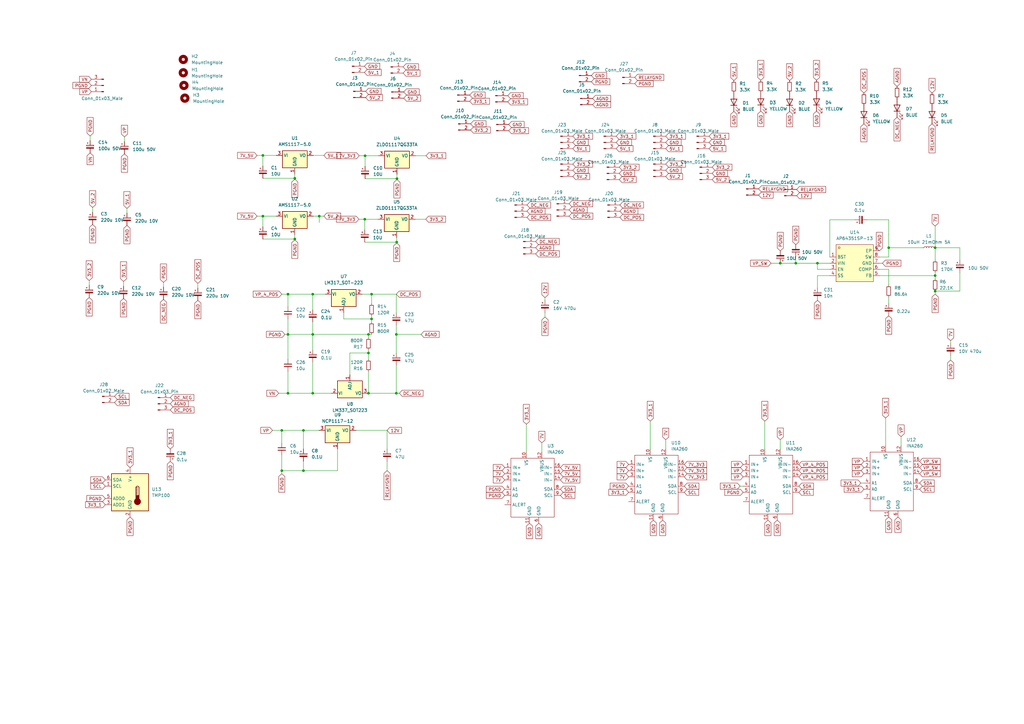
<source format=kicad_sch>
(kicad_sch (version 20231120) (generator "eeschema") (generator_version "8.0")
  (paper "A3")
  (junction (at 326.39 107.95))
  (junction (at 383.54 119.38))
  (junction (at 118.11 161.29))
  (junction (at 152.4 130.81))
  (junction (at 383.54 101.6))
  (junction (at 151.13 144.78))
  (junction (at 149.733 63.881))
  (junction (at 115.57 176.53))
  (junction (at 152.4 120.65))
  (junction (at 383.54 113.03))
  (junction (at 130.937 88.646))
  (junction (at 151.13 137.16))
  (junction (at 128.27 120.65))
  (junction (at 149.606 89.916))
  (junction (at 364.49 101.6))
  (junction (at 162.56 137.16))
  (junction (at 162.687 99.314))
  (junction (at 128.27 161.29))
  (junction (at 124.46 176.53))
  (junction (at 107.823 88.646))
  (junction (at 162.814 73.279))
  (junction (at 118.11 120.65))
  (junction (at 151.13 161.29))
  (junction (at 162.56 161.29))
  (junction (at 335.28 107.95))
  (junction (at 115.57 193.04))
  (junction (at 128.27 137.16))
  (junction (at 320.04 107.95))
  (junction (at 124.46 193.04))
  (junction (at 120.904 98.044))
  (junction (at 118.11 137.16))
  (junction (at 120.904 73.152))
  (junction (at 107.823 63.754))
  (wire (pts (xy 107.823 88.646) (xy 113.284 88.646)))
  (wire (pts (xy 170.307 89.916) (xy 174.625 89.916)))
  (wire (pts (xy 130.937 88.646) (xy 128.524 88.646)))
  (wire (pts (xy 335.28 107.95) (xy 340.36 107.95)))
  (wire (pts (xy 124.46 176.53) (xy 130.81 176.53)))
  (wire (pts (xy 118.11 137.16) (xy 128.27 137.16)))
  (wire (pts (xy 360.68 105.41) (xy 364.49 105.41)))
  (wire (pts (xy 118.11 147.32) (xy 118.11 137.16)))
  (wire (pts (xy 36.576 115.062) (xy 36.576 116.967)))
  (wire (pts (xy 124.46 184.15) (xy 124.46 176.53)))
  (wire (pts (xy 152.4 130.81) (xy 152.4 132.08)))
  (wire (pts (xy 152.4 129.54) (xy 152.4 130.81)))
  (wire (pts (xy 118.11 161.29) (xy 128.27 161.29)))
  (wire (pts (xy 364.5216 96.1265) (xy 364.5216 90.17)))
  (wire (pts (xy 162.687 99.695) (xy 162.687 99.314)))
  (wire (pts (xy 383.54 120.65) (xy 383.54 119.38)))
  (wire (pts (xy 120.904 73.533) (xy 120.904 73.152)))
  (wire (pts (xy 138.43 184.15) (xy 138.43 193.04)))
  (wire (pts (xy 146.05 176.53) (xy 158.75 176.53)))
  (wire (pts (xy 364.49 101.6) (xy 378.46 101.6)))
  (wire (pts (xy 364.49 121.92) (xy 364.49 124.46)))
  (wire (pts (xy 162.687 99.314) (xy 162.687 97.536)))
  (wire (pts (xy 107.823 63.754) (xy 113.284 63.754)))
  (wire (pts (xy 36.957 55.753) (xy 36.957 57.658)))
  (wire (pts (xy 37.973 85.09) (xy 37.973 86.995)))
  (wire (pts (xy 115.57 193.04) (xy 124.46 193.04)))
  (wire (pts (xy 158.75 189.23) (xy 158.75 193.04)))
  (wire (pts (xy 326.39 107.95) (xy 335.28 107.95)))
  (wire (pts (xy 149.606 99.314) (xy 162.687 99.314)))
  (wire (pts (xy 107.823 98.044) (xy 120.904 98.044)))
  (wire (pts (xy 170.434 63.881) (xy 174.752 63.881)))
  (wire (pts (xy 162.56 161.29) (xy 163.83 161.29)))
  (wire (pts (xy 120.904 73.152) (xy 120.904 71.374)))
  (wire (pts (xy 149.733 73.279) (xy 162.814 73.279)))
  (wire (pts (xy 360.68 113.03) (xy 383.54 113.03)))
  (wire (pts (xy 67.056 115.824) (xy 67.056 117.729)))
  (wire (pts (xy 111.76 176.53) (xy 115.57 176.53)))
  (wire (pts (xy 162.56 161.29) (xy 162.56 149.86)))
  (wire (pts (xy 364.49 96.1265) (xy 364.5216 96.1265)))
  (wire (pts (xy 120.904 98.044) (xy 120.904 96.266)))
  (wire (pts (xy 151.13 152.4) (xy 151.13 161.29)))
  (wire (pts (xy 147.193 89.916) (xy 149.606 89.916)))
  (wire (pts (xy 389.89 139.7) (xy 389.89 140.843)))
  (wire (pts (xy 116.84 137.16) (xy 118.11 137.16)))
  (wire (pts (xy 149.733 63.881) (xy 155.194 63.881)))
  (wire (pts (xy 128.27 161.29) (xy 135.89 161.29)))
  (wire (pts (xy 162.56 128.27) (xy 162.56 120.65)))
  (wire (pts (xy 215.9 173.99) (xy 215.9 185.42)))
  (wire (pts (xy 266.7 172.72) (xy 266.7 184.15)))
  (wire (pts (xy 140.97 128.27) (xy 140.97 130.81)))
  (wire (pts (xy 128.27 120.65) (xy 133.35 120.65)))
  (wire (pts (xy 118.11 152.4) (xy 118.11 161.29)))
  (wire (pts (xy 369.57 179.07) (xy 369.57 182.88)))
  (wire (pts (xy 118.11 130.81) (xy 118.11 137.16)))
  (wire (pts (xy 335.28 118.11) (xy 335.28 113.03)))
  (wire (pts (xy 143.51 144.78) (xy 151.13 144.78)))
  (wire (pts (xy 107.823 68.072) (xy 107.823 63.754)))
  (wire (pts (xy 128.27 127) (xy 128.27 120.65)))
  (wire (pts (xy 353.06 198.12) (xy 354.33 198.12)))
  (wire (pts (xy 162.56 133.35) (xy 162.56 137.16)))
  (wire (pts (xy 132.842 88.646) (xy 130.937 88.646)))
  (wire (pts (xy 360.68 107.95) (xy 361.95 107.95)))
  (wire (pts (xy 143.51 153.67) (xy 143.51 144.78)))
  (wire (pts (xy 128.27 137.16) (xy 128.27 132.08)))
  (wire (pts (xy 158.75 184.15) (xy 158.75 176.53)))
  (wire (pts (xy 152.4 120.65) (xy 152.4 124.46)))
  (wire (pts (xy 81.153 116.205) (xy 81.153 118.11)))
  (wire (pts (xy 340.36 90.17) (xy 350.52 90.17)))
  (wire (pts (xy 107.823 92.964) (xy 107.823 88.646)))
  (wire (pts (xy 105.41 88.646) (xy 107.823 88.646)))
  (wire (pts (xy 128.27 148.59) (xy 128.27 161.29)))
  (wire (pts (xy 152.4 120.65) (xy 162.56 120.65)))
  (wire (pts (xy 50.673 115.443) (xy 50.673 117.348)))
  (wire (pts (xy 383.54 114.3) (xy 383.54 113.03)))
  (wire (pts (xy 115.57 176.53) (xy 124.46 176.53)))
  (wire (pts (xy 151.13 147.32) (xy 151.13 144.78)))
  (wire (pts (xy 383.54 92.71) (xy 383.54 101.6)))
  (wire (pts (xy 383.54 101.6) (xy 383.54 106.68)))
  (wire (pts (xy 335.28 113.03) (xy 340.36 113.03)))
  (wire (pts (xy 320.04 107.95) (xy 326.39 107.95)))
  (wire (pts (xy 222.25 181.61) (xy 222.25 185.42)))
  (wire (pts (xy 151.13 161.29) (xy 162.56 161.29)))
  (wire (pts (xy 340.36 110.49) (xy 335.28 110.49)))
  (wire (pts (xy 149.606 94.234) (xy 149.606 89.916)))
  (wire (pts (xy 303.53 199.39) (xy 304.8 199.39)))
  (wire (pts (xy 320.04 180.34) (xy 320.04 184.15)))
  (wire (pts (xy 360.68 110.49) (xy 364.49 110.49)))
  (wire (pts (xy 151.13 144.78) (xy 151.13 143.51)))
  (wire (pts (xy 115.57 120.65) (xy 118.11 120.65)))
  (wire (pts (xy 393.7 119.38) (xy 383.54 119.38)))
  (wire (pts (xy 148.59 120.65) (xy 152.4 120.65)))
  (wire (pts (xy 273.05 180.34) (xy 273.05 184.15)))
  (wire (pts (xy 383.54 113.03) (xy 383.54 111.76)))
  (wire (pts (xy 115.57 181.61) (xy 115.57 176.53)))
  (wire (pts (xy 223.52 130.048) (xy 223.52 128.27)))
  (wire (pts (xy 124.46 193.04) (xy 124.46 189.23)))
  (wire (pts (xy 107.823 73.152) (xy 120.904 73.152)))
  (wire (pts (xy 363.22 171.45) (xy 363.22 182.88)))
  (wire (pts (xy 364.49 105.41) (xy 364.49 101.6)))
  (wire (pts (xy 105.41 63.754) (xy 107.823 63.754)))
  (wire (pts (xy 162.56 144.78) (xy 162.56 137.16)))
  (wire (pts (xy 340.36 90.17) (xy 340.36 105.41)))
  (wire (pts (xy 389.89 147.701) (xy 389.89 145.923)))
  (wire (pts (xy 124.46 193.04) (xy 138.43 193.04)))
  (wire (pts (xy 118.11 125.73) (xy 118.11 120.65)))
  (wire (pts (xy 223.52 122.047) (xy 223.52 123.19)))
  (wire (pts (xy 364.5216 90.17) (xy 355.6 90.17)))
  (wire (pts (xy 118.11 120.65) (xy 128.27 120.65)))
  (wire (pts (xy 151.13 137.16) (xy 152.4 137.16)))
  (wire (pts (xy 335.28 107.95) (xy 335.28 110.49)))
  (wire (pts (xy 140.97 130.81) (xy 152.4 130.81)))
  (wire (pts (xy 147.32 63.881) (xy 149.733 63.881)))
  (wire (pts (xy 364.49 110.49) (xy 364.49 116.84)))
  (wire (pts (xy 120.904 98.425) (xy 120.904 98.044)))
  (wire (pts (xy 162.814 73.66) (xy 162.814 73.279)))
  (wire (pts (xy 149.733 68.199) (xy 149.733 63.881)))
  (wire (pts (xy 364.49 101.6) (xy 364.49 96.1265)))
  (wire (pts (xy 393.7 101.6) (xy 393.7 106.68)))
  (wire (pts (xy 128.524 63.754) (xy 132.842 63.754)))
  (wire (pts (xy 316.23 107.95) (xy 320.04 107.95)))
  (wire (pts (xy 151.13 137.16) (xy 151.13 138.43)))
  (wire (pts (xy 115.57 193.04) (xy 115.57 194.31)))
  (wire (pts (xy 313.69 172.72) (xy 313.69 184.15)))
  (wire (pts (xy 130.937 91.313) (xy 130.937 88.646)))
  (wire (pts (xy 115.57 186.69) (xy 115.57 193.04)))
  (wire (pts (xy 128.27 143.51) (xy 128.27 137.16)))
  (wire (pts (xy 51.054 56.134) (xy 51.054 58.039)))
  (wire (pts (xy 162.814 73.279) (xy 162.814 71.501)))
  (wire (pts (xy 128.27 137.16) (xy 151.13 137.16)))
  (wire (pts (xy 114.3 161.29) (xy 118.11 161.29)))
  (wire (pts (xy 326.39 105.41) (xy 326.39 107.95)))
  (wire (pts (xy 393.7 111.76) (xy 393.7 119.38)))
  (wire (pts (xy 383.54 101.6) (xy 393.7 101.6)))
  (wire (pts (xy 172.72 137.16) (xy 162.56 137.16)))
  (wire (pts (xy 52.07 85.471) (xy 52.07 87.376)))
  (wire (pts (xy 149.606 89.916) (xy 155.067 89.916)))
  (global_label "3V3_1" (shape input) (at 353.06 198.12 180) (property "Intersheetrefs" "${INTERSHEET_REFS}" (effects (hide yes))))
  (global_label "5V_2" (shape input) (at 273.05 72.39 0) (property "Intersheetrefs" "${INTERSHEET_REFS}" (effects (hide yes))))
  (global_label "PGND" (shape input) (at 207.01 203.2 180) (property "Intersheetrefs" "${INTERSHEET_REFS}" (effects (hide yes))))
  (global_label "GND" (shape input) (at 312.039 45.593 270) (property "Intersheetrefs" "${INTERSHEET_REFS}" (effects (hide yes))))
  (global_label "GND" (shape input) (at 273.05 58.42 0) (property "Intersheetrefs" "${INTERSHEET_REFS}" (effects (hide yes))))
  (global_label "VP" (shape input) (at 354.33 189.23 180) (property "Intersheetrefs" "${INTERSHEET_REFS}" (effects (hide yes))))
  (global_label "7V_5V" (shape input) (at 105.41 63.754 180) (property "Intersheetrefs" "${INTERSHEET_REFS}" (effects (hide yes))))
  (global_label "SDA" (shape input) (at 280.67 199.39 0) (property "Intersheetrefs" "${INTERSHEET_REFS}" (effects (hide yes))))
  (global_label "SCL" (shape input) (at 46.99 162.56 0) (property "Intersheetrefs" "${INTERSHEET_REFS}" (effects (hide yes))))
  (global_label "DC_NEG" (shape input) (at 254.254 84.074 0) (property "Intersheetrefs" "${INTERSHEET_REFS}" (effects (hide yes))))
  (global_label "AGND" (shape input) (at 233.426 86.106 0) (property "Intersheetrefs" "${INTERSHEET_REFS}" (effects (hide yes))))
  (global_label "GND" (shape input) (at 242.57 30.988 0) (property "Intersheetrefs" "${INTERSHEET_REFS}" (effects (hide yes))))
  (global_label "5V_2" (shape input) (at 165.608 40.259 0) (property "Intersheetrefs" "${INTERSHEET_REFS}" (effects (hide yes))))
  (global_label "GND" (shape input) (at 273.05 69.85 0) (property "Intersheetrefs" "${INTERSHEET_REFS}" (effects (hide yes))))
  (global_label "SDA" (shape input) (at 377.19 198.12 0) (property "Intersheetrefs" "${INTERSHEET_REFS}" (effects (hide yes))))
  (global_label "PGND" (shape input) (at 36.576 122.047 270) (property "Intersheetrefs" "${INTERSHEET_REFS}" (effects (hide yes))))
  (global_label "VP" (shape input) (at 37.465 37.592 180) (property "Intersheetrefs" "${INTERSHEET_REFS}" (effects (hide yes))))
  (global_label "GND" (shape input) (at 165.608 37.719 0) (property "Intersheetrefs" "${INTERSHEET_REFS}" (effects (hide yes))))
  (global_label "DC_NEG" (shape input) (at 219.71 99.06 0) (property "Intersheetrefs" "${INTERSHEET_REFS}" (effects (hide yes))))
  (global_label "3V3_2" (shape input) (at 234.95 67.31 0) (property "Intersheetrefs" "${INTERSHEET_REFS}" (effects (hide yes))))
  (global_label "VN" (shape input) (at 114.3 161.29 180) (property "Intersheetrefs" "${INTERSHEET_REFS}" (effects (hide yes))))
  (global_label "GND" (shape input) (at 252.73 58.42 0) (property "Intersheetrefs" "${INTERSHEET_REFS}" (effects (hide yes))))
  (global_label "VP_SW" (shape input) (at 377.19 194.31 0) (property "Intersheetrefs" "${INTERSHEET_REFS}" (effects (hide yes))))
  (global_label "GND" (shape input) (at 165.354 27.432 0) (property "Intersheetrefs" "${INTERSHEET_REFS}" (effects (hide yes))))
  (global_label "3V3_1" (shape input) (at 234.95 55.88 0) (property "Intersheetrefs" "${INTERSHEET_REFS}" (effects (hide yes))))
  (global_label "3V3_2" (shape input) (at 193.04 53.34 0) (property "Intersheetrefs" "${INTERSHEET_REFS}" (effects (hide yes))))
  (global_label "RELAYGND" (shape input) (at 382.27 50.8 270) (property "Intersheetrefs" "${INTERSHEET_REFS}" (effects (hide yes))))
  (global_label "GND" (shape input) (at 271.78 213.36 270) (property "Intersheetrefs" "${INTERSHEET_REFS}" (effects (hide yes))))
  (global_label "3V3_2" (shape input) (at 254 68.58 0) (property "Intersheetrefs" "${INTERSHEET_REFS}" (effects (hide yes))))
  (global_label "GND" (shape input) (at 318.77 213.36 270) (property "Intersheetrefs" "${INTERSHEET_REFS}" (effects (hide yes))))
  (global_label "7V_5V" (shape input) (at 229.87 191.77 0) (property "Intersheetrefs" "${INTERSHEET_REFS}" (effects (hide yes))))
  (global_label "VP_4_POS" (shape input) (at 115.57 120.65 180) (property "Intersheetrefs" "${INTERSHEET_REFS}" (effects (hide yes))))
  (global_label "AGND" (shape input) (at 219.71 101.6 0) (property "Intersheetrefs" "${INTERSHEET_REFS}" (effects (hide yes))))
  (global_label "PGND" (shape input) (at 162.814 73.66 270) (property "Intersheetrefs" "${INTERSHEET_REFS}" (effects (hide yes))))
  (global_label "PGND" (shape input) (at 50.673 122.428 270) (property "Intersheetrefs" "${INTERSHEET_REFS}" (effects (hide yes))))
  (global_label "PGND" (shape input) (at 69.85 189.23 270) (property "Intersheetrefs" "${INTERSHEET_REFS}" (effects (hide yes))))
  (global_label "3V3_2" (shape input) (at 36.576 115.062 90) (property "Intersheetrefs" "${INTERSHEET_REFS}" (effects (hide yes))))
  (global_label "AGND" (shape input) (at 172.72 137.16 0) (property "Intersheetrefs" "${INTERSHEET_REFS}" (effects (hide yes))))
  (global_label "SDA" (shape input) (at 327.66 199.39 0) (property "Intersheetrefs" "${INTERSHEET_REFS}" (effects (hide yes))))
  (global_label "5V_1" (shape input) (at 165.354 29.972 0) (property "Intersheetrefs" "${INTERSHEET_REFS}" (effects (hide yes))))
  (global_label "RELAYGND" (shape input) (at 311.15 77.47 0) (property "Intersheetrefs" "${INTERSHEET_REFS}" (effects (hide yes))))
  (global_label "VP" (shape input) (at 320.04 180.34 90) (property "Intersheetrefs" "${INTERSHEET_REFS}" (effects (hide yes))))
  (global_label "GND" (shape input) (at 314.96 213.36 270) (property "Intersheetrefs" "${INTERSHEET_REFS}" (effects (hide yes))))
  (global_label "DC_NEG" (shape input) (at 233.426 83.566 0) (property "Intersheetrefs" "${INTERSHEET_REFS}" (effects (hide yes))))
  (global_label "GND" (shape input) (at 192.659 38.989 0) (property "Intersheetrefs" "${INTERSHEET_REFS}" (effects (hide yes))))
  (global_label "3V3_1" (shape input) (at 257.81 201.93 180) (property "Intersheetrefs" "${INTERSHEET_REFS}" (effects (hide yes))))
  (global_label "7V" (shape input) (at 273.05 180.34 90) (property "Intersheetrefs" "${INTERSHEET_REFS}" (effects (hide yes))))
  (global_label "3V3_1" (shape input) (at 312.039 32.893 90) (property "Intersheetrefs" "${INTERSHEET_REFS}" (effects (hide yes))))
  (global_label "5V_2" (shape input) (at 254 73.66 0) (property "Intersheetrefs" "${INTERSHEET_REFS}" (effects (hide yes))))
  (global_label "SDA" (shape input) (at 229.87 200.66 0) (property "Intersheetrefs" "${INTERSHEET_REFS}" (effects (hide yes))))
  (global_label "5V_1" (shape input) (at 252.73 60.96 0) (property "Intersheetrefs" "${INTERSHEET_REFS}" (effects (hide yes))))
  (global_label "GND" (shape input) (at 234.95 58.42 0) (property "Intersheetrefs" "${INTERSHEET_REFS}" (effects (hide yes))))
  (global_label "PGND" (shape input) (at 326.39 100.33 90) (property "Intersheetrefs" "${INTERSHEET_REFS}" (effects (hide yes))))
  (global_label "SDA" (shape input) (at 43.18 196.85 180) (property "Intersheetrefs" "${INTERSHEET_REFS}" (effects (hide yes))))
  (global_label "AGND" (shape input) (at 243.078 42.926 0) (property "Intersheetrefs" "${INTERSHEET_REFS}" (effects (hide yes))))
  (global_label "AGND" (shape input) (at 243.078 40.386 0) (property "Intersheetrefs" "${INTERSHEET_REFS}" (effects (hide yes))))
  (global_label "GND" (shape input) (at 368.3 212.09 270) (property "Intersheetrefs" "${INTERSHEET_REFS}" (effects (hide yes))))
  (global_label "DC_POS" (shape input) (at 254.254 89.154 0) (property "Intersheetrefs" "${INTERSHEET_REFS}" (effects (hide yes))))
  (global_label "7V_3V3" (shape input) (at 280.67 190.5 0) (property "Intersheetrefs" "${INTERSHEET_REFS}" (effects (hide yes))))
  (global_label "12V" (shape input) (at 382.27 38.1 90) (property "Intersheetrefs" "${INTERSHEET_REFS}" (effects (hide yes))))
  (global_label "VN" (shape input) (at 36.957 62.738 270) (property "Intersheetrefs" "${INTERSHEET_REFS}" (effects (hide yes))))
  (global_label "PGND" (shape input) (at 43.18 204.47 180) (property "Intersheetrefs" "${INTERSHEET_REFS}" (effects (hide yes))))
  (global_label "12V" (shape input) (at 311.15 80.01 0) (property "Intersheetrefs" "${INTERSHEET_REFS}" (effects (hide yes))))
  (global_label "VP_4_POS" (shape input) (at 327.66 195.58 0) (property "Intersheetrefs" "${INTERSHEET_REFS}" (effects (hide yes))))
  (global_label "7V_3V3" (shape input) (at 280.67 195.58 0) (property "Intersheetrefs" "${INTERSHEET_REFS}" (effects (hide yes))))
  (global_label "7V" (shape input) (at 207.01 191.77 180) (property "Intersheetrefs" "${INTERSHEET_REFS}" (effects (hide yes))))
  (global_label "GND" (shape input) (at 292.1 71.12 0) (property "Intersheetrefs" "${INTERSHEET_REFS}" (effects (hide yes))))
  (global_label "3V3_2" (shape input) (at 174.625 89.916 0) (property "Intersheetrefs" "${INTERSHEET_REFS}" (effects (hide yes))))
  (global_label "VP" (shape input) (at 354.33 191.77 180) (property "Intersheetrefs" "${INTERSHEET_REFS}" (effects (hide yes))))
  (global_label "PGND" (shape input) (at 162.687 99.695 270) (property "Intersheetrefs" "${INTERSHEET_REFS}" (effects (hide yes))))
  (global_label "VP_4_POS" (shape input) (at 327.66 193.04 0) (property "Intersheetrefs" "${INTERSHEET_REFS}" (effects (hide yes))))
  (global_label "3V3_1" (shape input) (at 215.9 173.99 90) (property "Intersheetrefs" "${INTERSHEET_REFS}" (effects (hide yes))))
  (global_label "VP_SW" (shape input) (at 316.23 107.95 180) (property "Intersheetrefs" "${INTERSHEET_REFS}" (effects (hide yes))))
  (global_label "5V_1" (shape input) (at 300.99 33.02 90) (property "Intersheetrefs" "${INTERSHEET_REFS}" (effects (hide yes))))
  (global_label "3V3_2" (shape input) (at 292.1 68.58 0) (property "Intersheetrefs" "${INTERSHEET_REFS}" (effects (hide yes))))
  (global_label "VP" (shape input) (at 304.8 193.04 180) (property "Intersheetrefs" "${INTERSHEET_REFS}" (effects (hide yes))))
  (global_label "DC_POS" (shape input) (at 81.153 116.205 90) (property "Intersheetrefs" "${INTERSHEET_REFS}" (effects (hide yes))))
  (global_label "DC_POS" (shape input) (at 354.33 38.1 90) (property "Intersheetrefs" "${INTERSHEET_REFS}" (effects (hide yes))))
  (global_label "PGND" (shape input) (at 52.07 92.456 270) (property "Intersheetrefs" "${INTERSHEET_REFS}" (effects (hide yes))))
  (global_label "DC_NEG" (shape input) (at 69.85 163.068 0) (property "Intersheetrefs" "${INTERSHEET_REFS}" (effects (hide yes))))
  (global_label "5V_1" (shape input) (at 234.95 60.96 0) (property "Intersheetrefs" "${INTERSHEET_REFS}" (effects (hide yes))))
  (global_label "PGND" (shape input) (at 389.89 147.701 270) (property "Intersheetrefs" "${INTERSHEET_REFS}" (effects (hide yes))))
  (global_label "PGND" (shape input) (at 53.34 212.09 270) (property "Intersheetrefs" "${INTERSHEET_REFS}" (effects (hide yes))))
  (global_label "7V" (shape input) (at 257.81 190.5 180) (property "Intersheetrefs" "${INTERSHEET_REFS}" (effects (hide yes))))
  (global_label "GND" (shape input) (at 208.661 51.054 0) (property "Intersheetrefs" "${INTERSHEET_REFS}" (effects (hide yes))))
  (global_label "GND" (shape input) (at 300.99 45.72 270) (property "Intersheetrefs" "${INTERSHEET_REFS}" (effects (hide yes))))
  (global_label "RELAYGND" (shape input) (at 260.35 31.75 0) (property "Intersheetrefs" "${INTERSHEET_REFS}" (effects (hide yes))))
  (global_label "7V" (shape input) (at 257.81 193.04 180) (property "Intersheetrefs" "${INTERSHEET_REFS}" (effects (hide yes))))
  (global_label "AGND" (shape input) (at 69.85 165.608 0) (property "Intersheetrefs" "${INTERSHEET_REFS}" (effects (hide yes))))
  (global_label "5V_2" (shape input) (at 323.85 33.02 90) (property "Intersheetrefs" "${INTERSHEET_REFS}" (effects (hide yes))))
  (global_label "5V_2" (shape input) (at 37.973 85.09 90) (property "Intersheetrefs" "${INTERSHEET_REFS}" (effects (hide yes))))
  (global_label "DC_POS" (shape input) (at 216.154 89.154 0) (property "Intersheetrefs" "${INTERSHEET_REFS}" (effects (hide yes))))
  (global_label "AGND" (shape input) (at 216.154 86.614 0) (property "Intersheetrefs" "${INTERSHEET_REFS}" (effects (hide yes))))
  (global_label "5V_1" (shape input) (at 290.83 60.96 0) (property "Intersheetrefs" "${INTERSHEET_REFS}" (effects (hide yes))))
  (global_label "7V" (shape input) (at 257.81 195.58 180) (property "Intersheetrefs" "${INTERSHEET_REFS}" (effects (hide yes))))
  (global_label "12V" (shape input) (at 158.75 176.53 0) (property "Intersheetrefs" "${INTERSHEET_REFS}" (effects (hide yes))))
  (global_label "12V" (shape input) (at 326.771 80.264 0) (property "Intersheetrefs" "${INTERSHEET_REFS}" (effects (hide yes))))
  (global_label "PGND" (shape input) (at 67.056 115.824 90) (property "Intersheetrefs" "${INTERSHEET_REFS}" (effects (hide yes))))
  (global_label "GND" (shape input) (at 217.17 214.63 270) (property "Intersheetrefs" "${INTERSHEET_REFS}" (effects (hide yes))))
  (global_label "5V_2" (shape input) (at 234.95 72.39 0) (property "Intersheetrefs" "${INTERSHEET_REFS}" (effects (hide yes))))
  (global_label "GND" (shape input) (at 149.479 27.178 0) (property "Intersheetrefs" "${INTERSHEET_REFS}" (effects (hide yes))))
  (global_label "5V_1" (shape input) (at 132.842 63.754 0) (property "Intersheetrefs" "${INTERSHEET_REFS}" (effects (hide yes))))
  (global_label "DC_NEG" (shape input) (at 67.056 122.809 270) (property "Intersheetrefs" "${INTERSHEET_REFS}" (effects (hide yes))))
  (global_label "VN" (shape input) (at 37.465 32.512 180) (property "Intersheetrefs" "${INTERSHEET_REFS}" (effects (hide yes))))
  (global_label "GND" (shape input) (at 334.899 45.593 270) (property "Intersheetrefs" "${INTERSHEET_REFS}" (effects (hide yes))))
  (global_label "3V3_1" (shape input) (at 174.752 63.881 0) (property "Intersheetrefs" "${INTERSHEET_REFS}" (effects (hide yes))))
  (global_label "PGND" (shape input) (at 242.57 33.528 0) (property "Intersheetrefs" "${INTERSHEET_REFS}" (effects (hide yes))))
  (global_label "VP" (shape input) (at 304.8 195.58 180) (property "Intersheetrefs" "${INTERSHEET_REFS}" (effects (hide yes))))
  (global_label "3V3_1" (shape input) (at 69.85 184.15 90) (property "Intersheetrefs" "${INTERSHEET_REFS}" (effects (hide yes))))
  (global_label "PGND" (shape input) (at 304.8 201.93 180) (property "Intersheetrefs" "${INTERSHEET_REFS}" (effects (hide yes))))
  (global_label "3V3_1" (shape input) (at 53.34 191.77 90) (property "Intersheetrefs" "${INTERSHEET_REFS}" (effects (hide yes))))
  (global_label "GND" (shape input) (at 193.04 50.8 0) (property "Intersheetrefs" "${INTERSHEET_REFS}" (effects (hide yes))))
  (global_label "DC_POS" (shape input) (at 219.71 104.14 0) (property "Intersheetrefs" "${INTERSHEET_REFS}" (effects (hide yes))))
  (global_label "5V_2" (shape input) (at 132.842 88.646 0) (property "Intersheetrefs" "${INTERSHEET_REFS}" (effects (hide yes))))
  (global_label "3V3_2" (shape input) (at 208.661 53.594 0) (property "Intersheetrefs" "${INTERSHEET_REFS}" (effects (hide yes))))
  (global_label "PGND" (shape input) (at 260.35 34.29 0) (property "Intersheetrefs" "${INTERSHEET_REFS}" (effects (hide yes))))
  (global_label "GND" (shape input) (at 220.98 214.63 270) (property "Intersheetrefs" "${INTERSHEET_REFS}" (effects (hide yes))))
  (global_label "3V3_1" (shape input) (at 50.673 115.443 90) (property "Intersheetrefs" "${INTERSHEET_REFS}" (effects (hide yes))))
  (global_label "DC_POS" (shape input) (at 233.426 88.646 0) (property "Intersheetrefs" "${INTERSHEET_REFS}" (effects (hide yes))))
  (global_label "PGND" (shape input) (at 223.52 130.048 270) (property "Intersheetrefs" "${INTERSHEET_REFS}" (effects (hide yes))))
  (global_label "DC_NEG" (shape input) (at 216.154 84.074 0) (property "Intersheetrefs" "${INTERSHEET_REFS}" (effects (hide yes))))
  (global_label "DC_POS" (shape input) (at 162.56 120.65 0) (property "Intersheetrefs" "${INTERSHEET_REFS}" (effects (hide yes))))
  (global_label "3V3_1" (shape input) (at 363.22 171.45 90) (property "Intersheetrefs" "${INTERSHEET_REFS}" (effects (hide yes))))
  (global_label "SCL" (shape input) (at 280.67 201.93 0) (property "Intersheetrefs" "${INTERSHEET_REFS}" (effects (hide yes))))
  (global_label "7V_3V3" (shape input) (at 147.193 89.916 180) (property "Intersheetrefs" "${INTERSHEET_REFS}" (effects (hide yes))))
  (global_label "RELAYGND" (shape input) (at 326.771 77.724 0) (property "Intersheetrefs" "${INTERSHEET_REFS}" (effects (hide yes))))
  (global_label "GND" (shape input) (at 254 71.12 0) (property "Intersheetrefs" "${INTERSHEET_REFS}" (effects (hide yes))))
  (global_label "SCL" (shape input) (at 327.66 201.93 0) (property "Intersheetrefs" "${INTERSHEET_REFS}" (effects (hide yes))))
  (global_label "7V" (shape input) (at 222.25 181.61 90) (property "Intersheetrefs" "${INTERSHEET_REFS}" (effects (hide yes))))
  (global_label "7V" (shape input) (at 389.89 139.7 90) (property "Intersheetrefs" "${INTERSHEET_REFS}" (effects (hide yes))))
  (global_label "SCL" (shape input) (at 229.87 203.2 0) (property "Intersheetrefs" "${INTERSHEET_REFS}" (effects (hide yes))))
  (global_label "7V_5V" (shape input) (at 229.87 196.85 0) (property "Intersheetrefs" "${INTERSHEET_REFS}" (effects (hide yes))))
  (global_label "3V3_1" (shape input) (at 43.18 207.01 180) (property "Intersheetrefs" "${INTERSHEET_REFS}" (effects (hide yes))))
  (global_label "5V_2" (shape input) (at 292.1 73.66 0) (property "Intersheetrefs" "${INTERSHEET_REFS}" (effects (hide yes))))
  (global_label "PGND" (shape input) (at 320.04 102.87 90) (property "Intersheetrefs" "${INTERSHEET_REFS}" (effects (hide yes))))
  (global_label "GND" (shape input) (at 208.28 39.243 0) (property "Intersheetrefs" "${INTERSHEET_REFS}" (effects (hide yes))))
  (global_label "VP" (shape input) (at 51.054 56.134 90) (property "Intersheetrefs" "${INTERSHEET_REFS}" (effects (hide yes))))
  (global_label "DC_NEG" (shape input) (at 163.83 161.29 0) (property "Intersheetrefs" "${INTERSHEET_REFS}" (effects (hide yes))))
  (global_label "GND" (shape input) (at 364.49 212.09 270) (property "Intersheetrefs" "${INTERSHEET_REFS}" (effects (hide yes))))
  (global_label "PGND" (shape input) (at 360.68 102.87 90) (property "Intersheetrefs" "${INTERSHEET_REFS}" (effects (hide yes))))
  (global_label "GND" (shape input) (at 323.85 45.72 270) (property "Intersheetrefs" "${INTERSHEET_REFS}" (effects (hide yes))))
  (global_label "DC_NEG" (shape input) (at 367.919 48.133 270) (property "Intersheetrefs" "${INTERSHEET_REFS}" (effects (hide yes))))
  (global_label "AGND" (shape input) (at 367.919 35.433 90) (property "Intersheetrefs" "${INTERSHEET_REFS}" (effects (hide yes))))
  (global_label "SDA" (shape input) (at 46.99 165.1 0) (property "Intersheetrefs" "${INTERSHEET_REFS}" (effects (hide yes))))
  (global_label "VP_SW" (shape input) (at 377.19 191.77 0) (property "Intersheetrefs" "${INTERSHEET_REFS}" (effects (hide yes))))
  (global_label "5V_1" (shape input) (at 149.479 29.718 0) (property "Intersheetrefs" "${INTERSHEET_REFS}" (effects (hide yes))))
  (global_label "PGND" (shape input) (at 37.973 92.075 270) (property "Intersheetrefs" "${INTERSHEET_REFS}" (effects (hide yes))))
  (global_label "VP_SW" (shape input) (at 377.19 189.23 0) (property "Intersheetrefs" "${INTERSHEET_REFS}" (effects (hide yes))))
  (global_label "AGND" (shape input) (at 254.254 86.614 0) (property "Intersheetrefs" "${INTERSHEET_REFS}" (effects (hide yes))))
  (global_label "7V" (shape input) (at 207.01 196.85 180) (property "Intersheetrefs" "${INTERSHEET_REFS}" (effects (hide yes))))
  (global_label "VP" (shape input) (at 369.57 179.07 90) (property "Intersheetrefs" "${INTERSHEET_REFS}" (effects (hide yes))))
  (global_label "PGND" (shape input) (at 361.95 107.95 0) (property "Intersheetrefs" "${INTERSHEET_REFS}" (effects (hide yes))))
  (global_label "7V" (shape input) (at 207.01 194.31 180) (property "Intersheetrefs" "${INTERSHEET_REFS}" (effects (hide yes))))
  (global_label "PGND" (shape input) (at 383.54 120.65 270) (property "Intersheetrefs" "${INTERSHEET_REFS}" (effects (hide yes))))
  (global_label "VP" (shape input) (at 111.76 176.53 180) (property "Intersheetrefs" "${INTERSHEET_REFS}" (effects (hide yes))))
  (global_label "SCL" (shape input) (at 377.19 200.66 0) (property "Intersheetrefs" "${INTERSHEET_REFS}" (effects (hide yes))))
  (global_label "3V3_1" (shape input) (at 354.33 200.66 180) (property "Intersheetrefs" "${INTERSHEET_REFS}" (effects (hide yes))))
  (global_label "PGND" (shape input) (at 36.957 55.753 90) (property "Intersheetrefs" "${INTERSHEET_REFS}" (effects (hide yes))))
  (global_label "PGND" (shape input) (at 120.904 98.425 270) (property "Intersheetrefs" "${INTERSHEET_REFS}" (effects (hide yes))))
  (global_label "5V_1" (shape input) (at 52.07 85.471 90) (property "Intersheetrefs" "${INTERSHEET_REFS}" (effects (hide yes))))
  (global_label "PGND" (shape input) (at 81.153 123.19 270) (property "Intersheetrefs" "${INTERSHEET_REFS}" (effects (hide yes))))
  (global_label "7V_3V3" (shape input) (at 280.67 193.04 0) (property "Intersheetrefs" "${INTERSHEET_REFS}" (effects (hide yes))))
  (global_label "3V3_1" (shape input) (at 290.83 55.88 0) (property "Intersheetrefs" "${INTERSHEET_REFS}" (effects (hide yes))))
  (global_label "VP" (shape input) (at 354.33 194.31 180) (property "Intersheetrefs" "${INTERSHEET_REFS}" (effects (hide yes))))
  (global_label "3V3_1" (shape input) (at 192.659 41.529 0) (property "Intersheetrefs" "${INTERSHEET_REFS}" (effects (hide yes))))
  (global_label "3V3_1" (shape input) (at 273.05 55.88 0) (property "Intersheetrefs" "${INTERSHEET_REFS}" (effects (hide yes))))
  (global_label "7V_5V" (shape input) (at 105.41 88.646 180) (property "Intersheetrefs" "${INTERSHEET_REFS}" (effects (hide yes))))
  (global_label "SCL" (shape input) (at 43.18 199.39 180) (property "Intersheetrefs" "${INTERSHEET_REFS}" (effects (hide yes))))
  (global_label "7V_5V" (shape input) (at 229.87 194.31 0) (property "Intersheetrefs" "${INTERSHEET_REFS}" (effects (hide yes))))
  (global_label "PGND" (shape input) (at 120.904 73.533 270) (property "Intersheetrefs" "${INTERSHEET_REFS}" (effects (hide yes))))
  (global_label "VP" (shape input) (at 304.8 190.5 180) (property "Intersheetrefs" "${INTERSHEET_REFS}" (effects (hide yes))))
  (global_label "VP_4_POS" (shape input) (at 327.66 190.5 0) (property "Intersheetrefs" "${INTERSHEET_REFS}" (effects (hide yes))))
  (global_label "GND" (shape input) (at 267.97 213.36 270) (property "Intersheetrefs" "${INTERSHEET_REFS}" (effects (hide yes))))
  (global_label "PGND" (shape input) (at 37.465 35.052 180) (property "Intersheetrefs" "${INTERSHEET_REFS}" (effects (hide yes))))
  (global_label "5V_1" (shape input) (at 273.05 60.96 0) (property "Intersheetrefs" "${INTERSHEET_REFS}" (effects (hide yes))))
  (global_label "PGND" (shape input) (at 257.81 199.39 180) (property "Intersheetrefs" "${INTERSHEET_REFS}" (effects (hide yes))))
  (global_label "PGND" (shape input) (at 364.49 129.54 270) (property "Intersheetrefs" "${INTERSHEET_REFS}" (effects (hide yes))))
  (global_label "PGND" (shape input) (at 51.054 63.119 270) (property "Intersheetrefs" "${INTERSHEET_REFS}" (effects (hide yes))))
  (global_label "3V3_1" (shape input) (at 208.28 41.783 0) (property "Intersheetrefs" "${INTERSHEET_REFS}" (effects (hide yes))))
  (global_label "3V3_2" (shape input) (at 273.05 67.31 0) (property "Intersheetrefs" "${INTERSHEET_REFS}" (effects (hide yes))))
  (global_label "3V3_2" (shape input) (at 334.899 32.893 90) (property "Intersheetrefs" "${INTERSHEET_REFS}" (effects (hide yes))))
  (global_label "PGND" (shape input) (at 115.57 194.31 270) (property "Intersheetrefs" "${INTERSHEET_REFS}" (effects (hide yes))))
  (global_label "DC_POS" (shape input) (at 69.85 168.148 0) (property "Intersheetrefs" "${INTERSHEET_REFS}" (effects (hide yes))))
  (global_label "PGND" (shape input) (at 335.28 123.19 270) (property "Intersheetrefs" "${INTERSHEET_REFS}" (effects (hide yes))))
  (global_label "3V3_1" (shape input) (at 303.53 199.39 180) (property "Intersheetrefs" "${INTERSHEET_REFS}" (effects (hide yes))))
  (global_label "GND" (shape input) (at 234.95 69.85 0) (property "Intersheetrefs" "${INTERSHEET_REFS}" (effects (hide yes))))
  (global_label "GND" (shape input) (at 290.83 58.42 0) (property "Intersheetrefs" "${INTERSHEET_REFS}" (effects (hide yes))))
  (global_label "RELAYGND" (shape input) (at 158.75 193.04 270) (property "Intersheetrefs" "${INTERSHEET_REFS}" (effects (hide yes))))
  (global_label "PGND" (shape input) (at 116.84 137.16 180) (property "Intersheetrefs" "${INTERSHEET_REFS}" (effects (hide yes))))
  (global_label "3V3_1" (shape input) (at 252.73 55.88 0) (property "Intersheetrefs" "${INTERSHEET_REFS}" (effects (hide yes))))
  (global_label "7V_3V3" (shape input) (at 147.32 63.881 180) (property "Intersheetrefs" "${INTERSHEET_REFS}" (effects (hide yes))))
  (global_label "GND" (shape input) (at 149.987 37.465 0) (property "Intersheetrefs" "${INTERSHEET_REFS}" (effects (hide yes))))
  (global_label "7V" (shape input) (at 383.54 92.71 90) (property "Intersheetrefs" "${INTERSHEET_REFS}" (effects (hide yes))))
  (global_label "5V_2" (shape input) (at 149.987 40.005 0) (property "Intersheetrefs" "${INTERSHEET_REFS}" (effects (hide yes))))
  (global_label "3V3_1" (shape input) (at 266.7 172.72 90) (property "Intersheetrefs" "${INTERSHEET_REFS}" (effects (hide yes))))
  (global_label "AGND" (shape input) (at 354.33 50.8 270) (property "Intersheetrefs" "${INTERSHEET_REFS}" (effects (hide yes))))
  (global_label "3V3_1" (shape input) (at 313.69 172.72 90) (property "Intersheetrefs" "${INTERSHEET_REFS}" (effects (hide yes))))
  (global_label "PGND" (shape input) (at 207.01 200.66 180) (property "Intersheetrefs" "${INTERSHEET_REFS}" (effects (hide yes))))
  (global_label "12V" (shape input) (at 223.52 122.047 90) (property "Intersheetrefs" "${INTERSHEET_REFS}" (effects (hide yes))))
  (symbol (lib_id "Device:C_Polarized_Small") (at 67.056 120.269 0) (unit 1)
    (property "Reference" "C20" (at 70.358 118.4528 0) (effects (justify left)))
    (property "Value" "220u 10V" (at 70.358 120.9928 0) (effects (justify left)))
    (property "Footprint" "Capacitor_THT:CP_Radial_D6.3mm_P2.50mm" (effects (hide yes)))
  )
  (symbol (lib_id "Connector:Conn_01x03_Male") (at 249.174 86.614 0) (unit 1)
    (property "Reference" "J20" (at 249.809 79.375 0))
    (property "Value" "Conn_01x03_Male" (at 249.809 81.915 0))
    (property "Footprint" "Connector_JST:JST_PH_B3B-PH-K_1x03_P2.00mm_Vertical" (effects (hide yes)))
  )
  (symbol (lib_id "Regulator_Linear:LM317_SOT-223") (at 140.97 120.65 0) (unit 1)
    (property "Reference" "U7" (at 140.97 113.411 0))
    (property "Value" "LM317_SOT-223" (at 140.97 115.951 0))
    (property "Footprint" "Package_TO_SOT_SMD:SOT-223-3_TabPin2" (effects (hide yes)))
    (property "Datasheet" "http://www.ti.com/lit/ds/symlink/lm317.pdf" (effects (hide yes)))
    (property "Mouser" "595-LM317DCY" (effects (hide yes)))
  )
  (symbol (lib_id "Device:LED") (at 334.899 41.783 90) (unit 1)
    (property "Reference" "D4" (at 338.455 42.1004 90) (effects (justify right)))
    (property "Value" "YELLOW" (at 338.455 44.6404 90) (effects (justify right)))
    (property "Footprint" "LED_SMD:LED_0805_2012Metric_Pad1.15x1.40mm_HandSolder" (effects (hide yes)))
  )
  (symbol (lib_id "Mechanical:MountingHole") (at 75.184 24.384 0) (unit 1)
    (property "Reference" "H2" (at 78.486 23.1139 0) (effects (justify left)))
    (property "Value" "MountingHole" (at 78.486 25.6539 0) (effects (justify left)))
    (property "Footprint" "MountingHole:MountingHole_3.2mm_M3_DIN965_Pad_TopOnly" (effects (hide yes)))
  )
  (symbol (lib_id "Device:LED") (at 367.919 44.323 90) (unit 1)
    (property "Reference" "D7" (at 371.475 44.6404 90) (effects (justify right)))
    (property "Value" "BLUE" (at 371.475 47.1804 90) (effects (justify right)))
    (property "Footprint" "LED_SMD:LED_0805_2012Metric_Pad1.15x1.40mm_HandSolder" (effects (hide yes)))
  )
  (symbol (lib_id "Connector:Conn_01x02_Pin") (at 255.27 31.75 0) (unit 1)
    (property "Reference" "J27" (at 255.905 26.162 0))
    (property "Value" "Conn_01x02_Pin" (at 255.905 28.702 0))
    (property "Footprint" "Connector_PinHeader_2.54mm:PinHeader_1x02_P2.54mm_Vertical" (effects (hide yes)))
  )
  (symbol (lib_id "Connector:Conn_01x02_Pin") (at 144.907 37.465 0) (unit 1)
    (property "Reference" "J3" (at 145.542 32.004 0))
    (property "Value" "Conn_01x02_Pin" (at 145.542 34.544 0))
    (property "Footprint" "Connector_JST:JST_PH_B2B-PH-K_1x02_P2.00mm_Vertical" (effects (hide yes)))
  )
  (symbol (lib_id "Connector:Conn_01x03_Pin") (at 64.77 165.608 0) (unit 1)
    (property "Reference" "J22" (at 65.405 158.115 0))
    (property "Value" "Conn_01x03_Pin" (at 65.405 160.655 0))
    (property "Footprint" "Connector_PinHeader_2.54mm:PinHeader_1x03_P2.54mm_Vertical" (effects (hide yes)))
  )
  (symbol (lib_id "Device:C_Polarized_Small") (at 81.153 120.65 0) (unit 1)
    (property "Reference" "C21" (at 84.455 118.8338 0) (effects (justify left)))
    (property "Value" "220u 10V" (at 84.455 121.3738 0) (effects (justify left)))
    (property "Footprint" "Capacitor_THT:CP_Radial_D6.3mm_P2.50mm" (effects (hide yes)))
  )
  (symbol (lib_id "Device:L_Small") (at 381 101.6 90) (unit 1)
    (property "Reference" "L1" (at 381 96.774 90))
    (property "Value" "10uH 21mOhm 5A" (at 381 99.314 90))
    (property "Footprint" "Inductor_SMD:L_Vishay_IHLP-4040" (effects (hide yes)))
    (property "Mouser" "704-DR1040-7R0-R" (effects (hide yes)))
  )
  (symbol (lib_id "Connector:Conn_01x02_Pin") (at 203.2 39.243 0) (unit 1)
    (property "Reference" "J14" (at 203.835 33.782 0))
    (property "Value" "Conn_01x02_Pin" (at 203.835 36.322 0))
    (property "Footprint" "Connector_JST:JST_PH_B2B-PH-K_1x02_P2.00mm_Vertical" (effects (hide yes)))
  )
  (symbol (lib_id "Device:C_Polarized_Small") (at 128.27 129.54 0) (unit 1)
    (property "Reference" "C24" (at 131.572 127.7238 0) (effects (justify left)))
    (property "Value" "0.1U" (at 131.572 130.2638 0) (effects (justify left)))
    (property "Footprint" "Capacitor_SMD:C_0603_1608Metric_Pad1.08x0.95mm_HandSolder" (effects (hide yes)))
  )
  (symbol (lib_id "Regulator_Linear:AMS1117-5.0") (at 120.904 63.754 0) (unit 1)
    (property "Reference" "U1" (at 120.904 56.642 0))
    (property "Value" "AMS1117-5.0" (at 120.904 59.182 0))
    (property "Footprint" "Package_TO_SOT_SMD:SOT-223-3_TabPin2" (effects (hide yes)))
    (property "Datasheet" "http://www.advanced-monolithic.com/pdf/ds1117.pdf" (effects (hide yes)))
    (property "Mouser" "926-LM1117MPX5.0NOPB" (effects (hide yes)))
  )
  (symbol (lib_name "INA260_3") (lib_id "Custom:INA260") (at 316.23 219.71 0) (unit 1)
    (property "Reference" "U11" (at 322.2341 181.61 0) (effects (justify left)))
    (property "Value" "INA260" (at 322.2341 184.15 0) (effects (justify left)))
    (property "Footprint" "Package_SO:TSSOP-16_4.4x5mm_P0.65mm" (effects (hide yes)))
  )
  (symbol (lib_id "Connector:Conn_01x03_Male") (at 229.87 69.85 0) (unit 1)
    (property "Reference" "J25" (at 230.505 62.611 0))
    (property "Value" "Conn_01x03_Male" (at 230.505 65.151 0))
    (property "Footprint" "Connector_JST:JST_PH_B3B-PH-K_1x03_P2.00mm_Vertical" (effects (hide yes)))
  )
  (symbol (lib_id "Device:C_Polarized_Small") (at 162.56 130.81 0) (unit 1)
    (property "Reference" "C23" (at 165.862 128.9938 0) (effects (justify left)))
    (property "Value" "47U" (at 165.862 131.5338 0) (effects (justify left)))
    (property "Footprint" "Capacitor_SMD:C_1206_3216Metric_Pad1.33x1.80mm_HandSolder" (effects (hide yes)))
  )
  (symbol (lib_id "Device:C_Polarized_Small") (at 50.673 119.888 0) (unit 1)
    (property "Reference" "C12" (at 53.975 118.0718 0) (effects (justify left)))
    (property "Value" "220u 10V" (at 53.975 120.6118 0) (effects (justify left)))
    (property "Footprint" "Capacitor_THT:CP_Radial_D6.3mm_P2.50mm" (effects (hide yes)))
  )
  (symbol (lib_id "Connector:Conn_01x02_Pin") (at 203.581 51.054 0) (unit 1)
    (property "Reference" "J11" (at 204.216 45.593 0))
    (property "Value" "Conn_01x02_Pin" (at 204.216 48.133 0))
    (property "Footprint" "Connector_JST:JST_PH_B2B-PH-K_1x02_P2.00mm_Vertical" (effects (hide yes)))
  )
  (symbol (lib_id "Device:LED") (at 323.85 41.91 90) (unit 1)
    (property "Reference" "D2" (at 327.406 42.2274 90) (effects (justify right)))
    (property "Value" "BLUE" (at 327.406 44.7674 90) (effects (justify right)))
    (property "Footprint" "LED_SMD:LED_0805_2012Metric_Pad1.15x1.40mm_HandSolder" (effects (hide yes)))
  )
  (symbol (lib_id "Connector:Conn_01x02_Pin") (at 321.691 77.724 0) (unit 1)
    (property "Reference" "J2" (at 322.326 72.263 0))
    (property "Value" "Conn_01x02_Pin" (at 322.326 74.803 0))
    (property "Footprint" "Connector_JST:JST_PH_B2B-PH-K_1x02_P2.00mm_Vertical" (effects (hide yes)))
  )
  (symbol (lib_id "Connector:Conn_01x02_Pin") (at 237.998 40.386 0) (unit 1)
    (property "Reference" "J5" (at 238.633 34.798 0))
    (property "Value" "Conn_01x02_Pin" (at 238.633 37.338 0))
    (property "Footprint" "Connector_JST:JST_PH_B2B-PH-K_1x02_P2.00mm_Vertical" (effects (hide yes)))
  )
  (symbol (lib_id "Device:R_Small") (at 152.4 127 0) (unit 1)
    (property "Reference" "R14" (at 154.686 125.7299 0) (effects (justify left)))
    (property "Value" "120R" (at 154.686 128.2699 0) (effects (justify left)))
    (property "Footprint" "Resistor_SMD:R_0603_1608Metric_Pad0.98x0.95mm_HandSolder" (effects (hide yes)))
  )
  (symbol (lib_id "Device:C_Polarized_Small") (at 389.89 143.383 0) (unit 1)
    (property "Reference" "C15" (at 393.192 141.5668 0) (effects (justify left)))
    (property "Value" "10V 470u" (at 393.192 144.1068 0) (effects (justify left)))
    (property "Footprint" "Capacitor_THT:CP_Radial_D8.0mm_P3.50mm" (effects (hide yes)))
  )
  (symbol (lib_id "Device:R_Small") (at 323.85 35.56 0) (unit 1)
    (property "Reference" "R2" (at 326.136 34.2899 0) (effects (justify left)))
    (property "Value" "3.3K" (at 326.136 36.8299 0) (effects (justify left)))
    (property "Footprint" "Resistor_SMD:R_0603_1608Metric_Pad0.98x0.95mm_HandSolder" (effects (hide yes)))
  )
  (symbol (lib_id "Device:C_Polarized_Small") (at 128.27 146.05 0) (unit 1)
    (property "Reference" "C19" (at 131.572 144.2338 0) (effects (justify left)))
    (property "Value" "0.1U" (at 131.572 146.7738 0) (effects (justify left)))
    (property "Footprint" "Capacitor_SMD:C_0603_1608Metric_Pad1.08x0.95mm_HandSolder" (effects (hide yes)))
  )
  (symbol (lib_id "Regulator_Linear:LM337_SOT223") (at 143.51 161.29 0) (unit 1)
    (property "Reference" "U8" (at 143.51 165.735 0))
    (property "Value" "LM337_SOT223" (at 143.51 168.275 0))
    (property "Footprint" "Package_TO_SOT_SMD:SOT-223-3_TabPin2" (effects (hide yes)))
    (property "Datasheet" "http://www.ti.com/lit/ds/symlink/lm337-n.pdf" (effects (hide yes)))
    (property "Mouser" "926-LM337IMPX/NOPB" (effects (hide yes)))
  )
  (symbol (lib_name "INA260_2") (lib_id "Custom:INA260") (at 269.24 219.71 0) (unit 1)
    (property "Reference" "U10" (at 275.2441 181.61 0) (effects (justify left)))
    (property "Value" "INA260" (at 275.2441 184.15 0) (effects (justify left)))
    (property "Footprint" "Package_SO:TSSOP-16_4.4x5mm_P0.65mm" (effects (hide yes)))
  )
  (symbol (lib_id "Device:C_Polarized_Small") (at 107.823 95.504 0) (unit 1)
    (property "Reference" "C4" (at 111.125 93.6878 0) (effects (justify left)))
    (property "Value" "10U" (at 111.125 96.2278 0) (effects (justify left)))
    (property "Footprint" "Capacitor_SMD:C_1206_3216Metric_Pad1.33x1.80mm_HandSolder" (effects (hide yes)))
  )
  (symbol (lib_id "Mechanical:MountingHole") (at 75.184 29.845 0) (unit 1)
    (property "Reference" "H1" (at 78.486 28.5749 0) (effects (justify left)))
    (property "Value" "MountingHole" (at 78.486 31.1149 0) (effects (justify left)))
    (property "Footprint" "MountingHole:MountingHole_3.2mm_M3_DIN965_Pad_TopOnly" (effects (hide yes)))
  )
  (symbol (lib_id "Regulator_Linear:AMS1117-5.0") (at 162.687 89.916 0) (unit 1)
    (property "Reference" "U5" (at 162.687 82.804 0))
    (property "Value" "ZLDO1117QG33TA" (at 162.687 85.344 0))
    (property "Footprint" "Package_TO_SOT_SMD:SOT-223-3_TabPin2" (effects (hide yes)))
    (property "Datasheet" "http://www.advanced-monolithic.com/pdf/ds1117.pdf" (effects (hide yes)))
    (property "Mouser" "ZLDO1117QG33TA" (effects (hide yes)))
  )
  (symbol (lib_id "Device:R_Small") (at 151.13 140.97 180) (unit 1)
    (property "Reference" "R17" (at 148.844 142.2401 0) (effects (justify left)))
    (property "Value" "800R" (at 148.844 139.7001 0) (effects (justify left)))
    (property "Footprint" "Resistor_SMD:R_0603_1608Metric_Pad0.98x0.95mm_HandSolder" (effects (hide yes)))
  )
  (symbol (lib_id "Connector:Conn_01x03_Male") (at 267.97 58.42 0) (unit 1)
    (property "Reference" "J8" (at 268.605 51.181 0))
    (property "Value" "Conn_01x03_Male" (at 268.605 53.721 0))
    (property "Footprint" "Connector_JST:JST_PH_B3B-PH-K_1x03_P2.00mm_Vertical" (effects (hide yes)))
  )
  (symbol (lib_id "Device:R_Small") (at 383.54 109.22 0) (unit 1)
    (property "Reference" "R3" (at 385.826 107.9499 0) (effects (justify left)))
    (property "Value" "170K" (at 385.826 110.4899 0) (effects (justify left)))
    (property "Footprint" "Resistor_SMD:R_0603_1608Metric_Pad0.98x0.95mm_HandSolder" (effects (hide yes)))
  )
  (symbol (lib_id "Device:C_Polarized_Small") (at 162.56 147.32 0) (unit 1)
    (property "Reference" "C25" (at 165.862 145.5038 0) (effects (justify left)))
    (property "Value" "47U" (at 165.862 148.0438 0) (effects (justify left)))
    (property "Footprint" "Capacitor_SMD:C_1206_3216Metric_Pad1.33x1.80mm_HandSolder" (effects (hide yes)))
  )
  (symbol (lib_id "Device:R_Small") (at 364.49 119.38 0) (unit 1)
    (property "Reference" "R8" (at 366.776 118.1099 0) (effects (justify left)))
    (property "Value" "86.6k" (at 366.776 120.6499 0) (effects (justify left)))
    (property "Footprint" "Resistor_SMD:R_0603_1608Metric_Pad0.98x0.95mm_HandSolder" (effects (hide yes)))
    (property "Mouser" "71-CRCW0603-86.6K-E3" (effects (hide yes)))
  )
  (symbol (lib_id "Connector:Conn_01x03_Male") (at 211.074 86.614 0) (unit 1)
    (property "Reference" "J21" (at 211.709 79.375 0))
    (property "Value" "Conn_01x03_Male" (at 211.709 81.915 0))
    (property "Footprint" "Connector_JST:JST_PH_B3B-PH-K_1x03_P2.00mm_Vertical" (effects (hide yes)))
  )
  (symbol (lib_id "Connector:Conn_01x03_Male") (at 229.87 58.42 0) (unit 1)
    (property "Reference" "J23" (at 230.505 51.181 0))
    (property "Value" "Conn_01x03_Male" (at 230.505 53.721 0))
    (property "Footprint" "Connector_JST:JST_PH_B3B-PH-K_1x03_P2.00mm_Vertical" (effects (hide yes)))
  )
  (symbol (lib_id "Device:C_Polarized_Small") (at 326.39 102.87 180) (unit 1)
    (property "Reference" "C29" (effects (hide yes)))
    (property "Value" "10U 50V" (at 328.93 103.416 0) (effects (justify right)))
    (property "Footprint" "Capacitor_SMD:C_1206_3216Metric_Pad1.33x1.80mm_HandSolder" (effects (hide yes)))
  )
  (symbol (lib_id "Regulator_Linear:AMS1117-5.0") (at 120.904 88.646 0) (unit 1)
    (property "Reference" "U2" (at 120.904 81.534 0))
    (property "Value" "AMS1117-5.0" (at 120.904 84.074 0))
    (property "Footprint" "Package_TO_SOT_SMD:SOT-223-3_TabPin2" (effects (hide yes)))
    (property "Datasheet" "http://www.advanced-monolithic.com/pdf/ds1117.pdf" (effects (hide yes)))
    (property "Mouser" "926-LM1117MPX5.0NOPB" (effects (hide yes)))
  )
  (symbol (lib_id "Device:C_Polarized_Small") (at 37.973 89.535 0) (unit 1)
    (property "Reference" "C3" (at 41.275 87.7188 0) (effects (justify left)))
    (property "Value" "220u 10V" (at 41.275 90.2588 0) (effects (justify left)))
    (property "Footprint" "Capacitor_THT:CP_Radial_D6.3mm_P2.50mm" (effects (hide yes)))
  )
  (symbol (lib_id "Device:C_Polarized_Small") (at 36.957 60.198 0) (unit 1)
    (property "Reference" "C14" (at 40.259 58.3818 0) (effects (justify left)))
    (property "Value" "100u 50V" (at 40.259 60.9218 0) (effects (justify left)))
    (property "Footprint" "Capacitor_THT:CP_Radial_D8.0mm_P3.50mm" (effects (hide yes)))
  )
  (symbol (lib_id "Connector:Conn_01x02_Male") (at 41.91 162.56 0) (unit 1)
    (property "Reference" "J28" (at 42.545 157.734 0))
    (property "Value" "Conn_01x02_Male" (at 42.545 160.274 0))
    (property "Footprint" "Connector_JST:JST_PH_B2B-PH-K_1x02_P2.00mm_Vertical" (effects (hide yes)))
  )
  (symbol (lib_id "Device:C_Polarized_Small") (at 52.07 89.916 0) (unit 1)
    (property "Reference" "C5" (at 55.372 88.0998 0) (effects (justify left)))
    (property "Value" "220u 10V" (at 55.372 90.6398 0) (effects (justify left)))
    (property "Footprint" "Capacitor_THT:CP_Radial_D6.3mm_P2.50mm" (effects (hide yes)))
  )
  (symbol (lib_id "Device:C_Small") (at 118.11 128.27 0) (unit 1)
    (property "Reference" "C22" (at 121.412 127.0063 0) (effects (justify left)))
    (property "Value" "10u" (at 121.412 129.5463 0) (effects (justify left)))
    (property "Footprint" "Capacitor_SMD:C_1206_3216Metric_Pad1.33x1.80mm_HandSolder" (effects (hide yes)))
  )
  (symbol (lib_id "Device:C_Polarized_Small") (at 107.823 70.612 0) (unit 1)
    (property "Reference" "C1" (at 111.125 68.7958 0) (effects (justify left)))
    (property "Value" "10U" (at 111.125 71.3358 0) (effects (justify left)))
    (property "Footprint" "Capacitor_SMD:C_1206_3216Metric_Pad1.33x1.80mm_HandSolder" (effects (hide yes)))
  )
  (symbol (lib_id "Device:C_Small") (at 115.57 184.15 0) (unit 1)
    (property "Reference" "C6" (at 118.872 182.8863 0) (effects (justify left)))
    (property "Value" "10u" (at 118.872 185.4263 0) (effects (justify left)))
    (property "Footprint" "Capacitor_SMD:C_1206_3216Metric_Pad1.33x1.80mm_HandSolder" (effects (hide yes)))
  )
  (symbol (lib_id "Device:C_Polarized_Small") (at 36.576 119.507 0) (unit 1)
    (property "Reference" "C9" (at 39.878 117.6908 0) (effects (justify left)))
    (property "Value" "220u 10V" (at 39.878 120.2308 0) (effects (justify left)))
    (property "Footprint" "Capacitor_THT:CP_Radial_D6.3mm_P2.50mm" (effects (hide yes)))
  )
  (symbol (lib_id "Connector:Conn_01x03_Male") (at 285.75 58.42 0) (unit 1)
    (property "Reference" "J9" (at 286.385 51.181 0))
    (property "Value" "Conn_01x03_Male" (at 286.385 53.721 0))
    (property "Footprint" "Connector_JST:JST_PH_B3B-PH-K_1x03_P2.00mm_Vertical" (effects (hide yes)))
  )
  (symbol (lib_id "Device:R_Small") (at 151.13 149.86 180) (unit 1)
    (property "Reference" "R16" (at 148.844 151.1301 0) (effects (justify left)))
    (property "Value" "120R" (at 148.844 148.5901 0) (effects (justify left)))
    (property "Footprint" "Resistor_SMD:R_0603_1608Metric_Pad0.98x0.95mm_HandSolder" (effects (hide yes)))
  )
  (symbol (lib_id "Device:C_Polarized_Small") (at 158.75 186.69 0) (unit 1)
    (property "Reference" "C7" (at 162.052 184.8738 0) (effects (justify left)))
    (property "Value" "47U" (at 162.052 187.4138 0) (effects (justify left)))
    (property "Footprint" "Capacitor_SMD:C_1206_3216Metric_Pad1.33x1.80mm_HandSolder" (effects (hide yes)))
  )
  (symbol (lib_id "Connector:Conn_01x03_Male") (at 247.65 58.42 0) (unit 1)
    (property "Reference" "J24" (at 248.285 51.181 0))
    (property "Value" "Conn_01x03_Male" (at 248.285 53.721 0))
    (property "Footprint" "Connector_JST:JST_PH_B3B-PH-K_1x03_P2.00mm_Vertical" (effects (hide yes)))
  )
  (symbol (lib_id "Device:C_Polarized_Small") (at 393.7 109.22 0) (unit 1)
    (property "Reference" "C18" (effects (hide yes)))
    (property "Value" "10U 50V" (at 397.002 109.9438 0) (effects (justify left)))
    (property "Footprint" "Capacitor_SMD:C_1206_3216Metric_Pad1.33x1.80mm_HandSolder" (effects (hide yes)))
  )
  (symbol (lib_id "Device:C_Polarized_Small") (at 149.733 70.739 0) (unit 1)
    (property "Reference" "C10" (at 153.035 68.9228 0) (effects (justify left)))
    (property "Value" "10U" (at 153.035 71.4628 0) (effects (justify left)))
    (property "Footprint" "Capacitor_SMD:C_1206_3216Metric_Pad1.33x1.80mm_HandSolder" (effects (hide yes)))
  )
  (symbol (lib_id "Connector:Conn_01x02_Pin") (at 237.49 30.988 0) (unit 1)
    (property "Reference" "J12" (at 238.125 25.4 0))
    (property "Value" "Conn_01x02_Pin" (at 238.125 27.94 0))
    (property "Footprint" "Connector_PinHeader_2.54mm:PinHeader_1x02_P2.54mm_Vertical" (effects (hide yes)))
  )
  (symbol (lib_id "Connector:Conn_01x03_Male") (at 42.545 35.052 180) (unit 1)
    (property "Reference" "J17" (effects (hide yes)))
    (property "Value" "Conn_01x03_Male" (at 41.91 40.386 0))
    (property "Footprint" "Connector_JST:JST_VH_B3P-VH_1x03_P3.96mm_Vertical" (effects (hide yes)))
  )
  (symbol (lib_id "Regulator_Linear:NCP1117-12_SOT223") (at 138.43 176.53 0) (unit 1)
    (property "Reference" "U9" (at 138.43 170.18 0))
    (property "Value" "NCP1117-12" (at 138.43 172.72 0))
    (property "Footprint" "Package_TO_SOT_SMD:SOT-223" (effects (hide yes)))
    (property "Datasheet" "http://www.onsemi.com/pub_link/Collateral/NCP1117-D.PDF" (effects (hide yes)))
    (property "Description" "1A Low drop-out regulator, Fixed Output 12V, SOT-223" (effects (hide yes)))
    (property "Mouser" "863-NCP1117ST12T3G" (effects (hide yes)))
  )
  (symbol (lib_id "Device:R_Small") (at 367.919 37.973 0) (unit 1)
    (property "Reference" "R12" (at 370.205 36.7029 0) (effects (justify left)))
    (property "Value" "3.3K" (at 370.205 39.2429 0) (effects (justify left)))
    (property "Footprint" "Resistor_SMD:R_0603_1608Metric_Pad0.98x0.95mm_HandSolder" (effects (hide yes)))
  )
  (symbol (lib_id "Sensor_Temperature:TMP100") (at 53.34 201.93 0) (unit 1)
    (property "Reference" "U13" (at 62.23 200.6599 0) (effects (justify left)))
    (property "Value" "TMP100" (at 62.23 203.1999 0) (effects (justify left)))
    (property "Footprint" "Package_TO_SOT_SMD:SOT-23-6" (effects (hide yes)))
    (property "Datasheet" "http://www.ti.com/lit/gpn/tmp100" (effects (hide yes)))
    (property "Description" "Temperature Sensor with I2C/SMBus Interface, SOT-23-6" (effects (hide yes)))
    (property "Mouser" " 595-TMP100NA/3K " (effects (hide yes)))
  )
  (symbol (lib_id "Device:C_Polarized_Small") (at 364.49 127 0) (unit 1)
    (property "Reference" "C27" (effects (hide yes)))
    (property "Value" "0.22u" (at 367.792 127.7238 0) (effects (justify left)))
    (property "Footprint" "Capacitor_SMD:C_0805_2012Metric_Pad1.18x1.45mm_HandSolder" (effects (hide yes)))
  )
  (symbol (lib_id "Device:R_Small") (at 382.27 40.64 0) (unit 1)
    (property "Reference" "R7" (at 384.556 39.3699 0) (effects (justify left)))
    (property "Value" "3.3K" (at 384.556 41.9099 0) (effects (justify left)))
    (property "Footprint" "Resistor_SMD:R_0603_1608Metric_Pad0.98x0.95mm_HandSolder" (effects (hide yes)))
  )
  (symbol (lib_id "Connector:Conn_01x03_Male") (at 214.63 101.6 0) (unit 1)
    (property "Reference" "J18" (at 215.265 94.361 0))
    (property "Value" "Conn_01x03_Male" (at 215.265 96.901 0))
    (property "Footprint" "Connector_JST:JST_PH_B3B-PH-K_1x03_P2.00mm_Vertical" (effects (hide yes)))
  )
  (symbol (lib_id "Connector:Conn_01x02_Pin") (at 306.07 77.47 0) (unit 1)
    (property "Reference" "J1" (at 306.705 72.009 0))
    (property "Value" "Conn_01x02_Pin" (at 306.705 74.549 0))
    (property "Footprint" "Connector_JST:JST_PH_B2B-PH-K_1x02_P2.00mm_Vertical" (effects (hide yes)))
  )
  (symbol (lib_id "Connector:Conn_01x02_Pin") (at 187.579 38.989 0) (unit 1)
    (property "Reference" "J13" (at 188.214 33.528 0))
    (property "Value" "Conn_01x02_Pin" (at 188.214 36.068 0))
    (property "Footprint" "Connector_JST:JST_PH_B2B-PH-K_1x02_P2.00mm_Vertical" (effects (hide yes)))
  )
  (symbol (lib_id "Connector:Conn_01x03_Male") (at 228.346 86.106 0) (unit 1)
    (property "Reference" "J19" (at 228.981 78.867 0))
    (property "Value" "Conn_01x03_Male" (at 228.981 81.407 0))
    (property "Footprint" "Connector_JST:JST_PH_B3B-PH-K_1x03_P2.00mm_Vertical" (effects (hide yes)))
  )
  (symbol (lib_id "Device:C_Polarized_Small") (at 69.85 186.69 180) (unit 1)
    (property "Reference" "C28" (at 72.39 185.966 0) (effects (justify right)))
    (property "Value" "0.1u" (at 72.39 188.506 0) (effects (justify right)))
    (property "Footprint" "Capacitor_SMD:C_0805_2012Metric_Pad1.18x1.45mm_HandSolder" (effects (hide yes)))
  )
  (symbol (lib_id "Device:C_Polarized_Small") (at 223.52 125.73 0) (unit 1)
    (property "Reference" "C2" (at 226.822 123.9138 0) (effects (justify left)))
    (property "Value" "16V 470u" (at 226.822 126.4538 0) (effects (justify left)))
    (property "Footprint" "Capacitor_THT:CP_Radial_D8.0mm_P3.50mm" (effects (hide yes)))
  )
  (symbol (lib_id "Device:LED") (at 312.039 41.783 90) (unit 1)
    (property "Reference" "D3" (at 315.595 42.1004 90) (effects (justify right)))
    (property "Value" "YELLOW" (at 315.595 44.6404 90) (effects (justify right)))
    (property "Footprint" "LED_SMD:LED_0805_2012Metric_Pad1.15x1.40mm_HandSolder" (effects (hide yes)))
  )
  (symbol (lib_id "Device:C_Polarized_Small") (at 124.46 186.69 0) (unit 1)
    (property "Reference" "C8" (at 127.762 184.8738 0) (effects (justify left)))
    (property "Value" "0.1U" (at 127.762 187.4138 0) (effects (justify left)))
    (property "Footprint" "Capacitor_SMD:C_0603_1608Metric_Pad1.08x0.95mm_HandSolder" (effects (hide yes)))
  )
  (symbol (lib_id "Connector:Conn_01x03_Male") (at 287.02 71.12 0) (unit 1)
    (property "Reference" "J16" (at 287.655 63.881 0))
    (property "Value" "Conn_01x03_Male" (at 287.655 66.421 0))
    (property "Footprint" "Connector_JST:JST_PH_B3B-PH-K_1x03_P2.00mm_Vertical" (effects (hide yes)))
  )
  (symbol (lib_id "Device:LED") (at 382.27 46.99 90) (unit 1)
    (property "Reference" "D5" (at 385.826 47.3074 90) (effects (justify right)))
    (property "Value" "BLUE" (at 385.826 49.8474 90) (effects (justify right)))
    (property "Footprint" "LED_SMD:LED_0805_2012Metric_Pad1.15x1.40mm_HandSolder" (effects (hide yes)))
  )
  (symbol (lib_id "Device:R_Small") (at 312.039 35.433 0) (unit 1)
    (property "Reference" "R4" (at 314.325 34.1629 0) (effects (justify left)))
    (property "Value" "3.3K" (at 314.325 36.7029 0) (effects (justify left)))
    (property "Footprint" "Resistor_SMD:R_0603_1608Metric_Pad0.98x0.95mm_HandSolder" (effects (hide yes)))
  )
  (symbol (lib_id "Device:LED") (at 300.99 41.91 90) (unit 1)
    (property "Reference" "D1" (at 304.546 42.2274 90) (effects (justify right)))
    (property "Value" "BLUE" (at 304.546 44.7674 90) (effects (justify right)))
    (property "Footprint" "LED_SMD:LED_0805_2012Metric_Pad1.15x1.40mm_HandSolder" (effects (hide yes)))
  )
  (symbol (lib_id "Connector:Conn_01x02_Pin") (at 160.274 27.432 0) (unit 1)
    (property "Reference" "J4" (at 160.909 21.971 0))
    (property "Value" "Conn_01x02_Pin" (at 160.909 24.511 0))
    (property "Footprint" "Connector_JST:JST_PH_B2B-PH-K_1x02_P2.00mm_Vertical" (effects (hide yes)))
  )
  (symbol (lib_id "Custom:INA260") (at 365.76 218.44 0) (unit 1)
    (property "Reference" "U12" (at 371.7641 180.34 0) (effects (justify left)))
    (property "Value" "INA260" (at 371.7641 182.88 0) (effects (justify left)))
    (property "Footprint" "Package_SO:TSSOP-16_4.4x5mm_P0.65mm" (effects (hide yes)))
  )
  (symbol (lib_id "Connector:Conn_01x03_Male") (at 267.97 69.85 0) (unit 1)
    (property "Reference" "J15" (at 268.605 62.611 0))
    (property "Value" "Conn_01x03_Male" (at 268.605 65.151 0))
    (property "Footprint" "Connector_JST:JST_PH_B3B-PH-K_1x03_P2.00mm_Vertical" (effects (hide yes)))
  )
  (symbol (lib_id "Connector:Conn_01x02_Pin") (at 160.528 37.719 0) (unit 1)
    (property "Reference" "J6" (at 161.163 32.258 0))
    (property "Value" "Conn_01x02_Pin" (at 161.163 34.798 0))
    (property "Footprint" "Connector_JST:JST_PH_B2B-PH-K_1x02_P2.00mm_Vertical" (effects (hide yes)))
  )
  (symbol (lib_id "Mechanical:MountingHole") (at 75.819 40.259 0) (unit 1)
    (property "Reference" "H3" (at 79.121 38.9889 0) (effects (justify left)))
    (property "Value" "MountingHole" (at 79.121 41.5289 0) (effects (justify left)))
    (property "Footprint" "MountingHole:MountingHole_3.2mm_M3_DIN965_Pad_TopOnly" (effects (hide yes)))
  )
  (symbol (lib_id "Device:C_Polarized_Small") (at 353.06 90.17 90) (unit 1)
    (property "Reference" "C30" (at 352.5139 83.693 90))
    (property "Value" "0.1u" (at 352.5139 86.233 90))
    (property "Footprint" "Capacitor_SMD:C_0805_2012Metric_Pad1.18x1.45mm_HandSolder" (effects (hide yes)))
  )
  (symbol (lib_id "Device:C_Polarized_Small") (at 320.04 105.41 180) (unit 1)
    (property "Reference" "C16" (effects (hide yes)))
    (property "Value" "10U 50V" (at 322.58 105.956 0) (effects (justify right)))
    (property "Footprint" "Capacitor_SMD:C_1206_3216Metric_Pad1.33x1.80mm_HandSolder" (effects (hide yes)))
  )
  (symbol (lib_id "Device:R_Small") (at 300.99 35.56 0) (unit 1)
    (property "Reference" "R1" (at 303.276 34.2899 0) (effects (justify left)))
    (property "Value" "3.3K" (at 303.276 36.8299 0) (effects (justify left)))
    (property "Footprint" "Resistor_SMD:R_0603_1608Metric_Pad0.98x0.95mm_HandSolder" (effects (hide yes)))
  )
  (symbol (lib_id "Connector:Conn_01x02_Pin") (at 187.96 50.8 0) (unit 1)
    (property "Reference" "J10" (at 188.595 45.339 0))
    (property "Value" "Conn_01x02_Pin" (at 188.595 47.879 0))
    (property "Footprint" "Connector_JST:JST_PH_B2B-PH-K_1x02_P2.00mm_Vertical" (effects (hide yes)))
  )
  (symbol (lib_id "Connector:Conn_01x03_Male") (at 248.92 71.12 0) (unit 1)
    (property "Reference" "J26" (at 249.555 63.881 0))
    (property "Value" "Conn_01x03_Male" (at 249.555 66.421 0))
    (property "Footprint" "Connector_JST:JST_PH_B3B-PH-K_1x03_P2.00mm_Vertical" (effects (hide yes)))
  )
  (symbol (lib_id "Device:C_Small") (at 118.11 149.86 0) (unit 1)
    (property "Reference" "C26" (at 121.412 148.5963 0) (effects (justify left)))
    (property "Value" "10u" (at 121.412 151.1363 0) (effects (justify left)))
    (property "Footprint" "Capacitor_SMD:C_1206_3216Metric_Pad1.33x1.80mm_HandSolder" (effects (hide yes)))
  )
  (symbol (lib_id "Device:R_Small") (at 354.33 40.64 0) (unit 1)
    (property "Reference" "R10" (at 356.616 39.3699 0) (effects (justify left)))
    (property "Value" "3.3K" (at 356.616 41.9099 0) (effects (justify left)))
    (property "Footprint" "Resistor_SMD:R_0603_1608Metric_Pad0.98x0.95mm_HandSolder" (effects (hide yes)))
  )
  (symbol (lib_id "Connector:Conn_01x02_Pin") (at 144.399 27.178 0) (unit 1)
    (property "Reference" "J7" (at 145.034 21.717 0))
    (property "Value" "Conn_01x02_Pin" (at 145.034 24.257 0))
    (property "Footprint" "Connector_JST:JST_PH_B2B-PH-K_1x02_P2.00mm_Vertical" (effects (hide yes)))
  )
  (symbol (lib_id "Device:R_Small") (at 152.4 134.62 0) (unit 1)
    (property "Reference" "R15" (at 154.686 133.3499 0) (effects (justify left)))
    (property "Value" "800R" (at 154.686 135.8899 0) (effects (justify left)))
    (property "Footprint" "Resistor_SMD:R_0603_1608Metric_Pad0.98x0.95mm_HandSolder" (effects (hide yes)))
  )
  (symbol (lib_id "Device:R_Small") (at 383.54 116.84 0) (unit 1)
    (property "Reference" "R6" (at 385.318 115.57 0) (effects (justify left)))
    (property "Value" "22.1K" (at 385.318 118.11 0) (effects (justify left)))
    (property "Footprint" "Resistor_SMD:R_0603_1608Metric_Pad0.98x0.95mm_HandSolder" (effects (hide yes)))
    (property "Mouser" "603-RC0603JR-07820KP" (effects (hide yes)))
  )
  (symbol (lib_id "Device:C_Polarized_Small") (at 149.606 96.774 0) (unit 1)
    (property "Reference" "C13" (at 152.908 94.9578 0) (effects (justify left)))
    (property "Value" "10U" (at 152.908 97.4978 0) (effects (justify left)))
    (property "Footprint" "Capacitor_SMD:C_1206_3216Metric_Pad1.33x1.80mm_HandSolder" (effects (hide yes)))
  )
  (symbol (lib_id "easyeda2kicad:AP64351SP-13") (at 350.52 107.95 0) (unit 1)
    (property "Reference" "U14" (at 350.52 95.25 0))
    (property "Value" "AP64351SP-13" (at 350.52 97.79 0))
    (property "Footprint" "easyeda2kicad:SOIC-8_L4.9-W3.9-P1.27-LS6.0-BL-EP" (effects (hide yes)))
    (property "LCSC Part" "C3192339" (effects (hide yes)))
  )
  (symbol (lib_id "Device:LED") (at 354.33 46.99 90) (unit 1)
    (property "Reference" "D6" (at 357.886 47.3074 90) (effects (justify right)))
    (property "Value" "YELLOW" (at 357.886 49.8474 90) (effects (justify right)))
    (property "Footprint" "LED_SMD:LED_0805_2012Metric_Pad1.15x1.40mm_HandSolder" (effects (hide yes)))
  )
  (symbol (lib_name "INA260_1") (lib_id "Custom:INA260") (at 218.44 220.98 0) (unit 1)
    (property "Reference" "U3" (at 224.4441 182.88 0) (effects (justify left)))
    (property "Value" "INA260" (at 224.4441 185.42 0) (effects (justify left)))
    (property "Footprint" "Package_SO:TSSOP-16_4.4x5mm_P0.65mm" (effects (hide yes)))
  )
  (symbol (lib_id "Device:C_Polarized_Small") (at 51.054 60.579 0) (unit 1)
    (property "Reference" "C11" (at 54.356 58.7628 0) (effects (justify left)))
    (property "Value" "100u 50V" (at 54.356 61.3028 0) (effects (justify left)))
    (property "Footprint" "Capacitor_THT:CP_Radial_D8.0mm_P3.50mm" (effects (hide yes)))
  )
  (symbol (lib_id "Mechanical:MountingHole") (at 75.438 35.052 0) (unit 1)
    (property "Reference" "H4" (at 78.74 33.7819 0) (effects (justify left)))
    (property "Value" "MountingHole" (at 78.74 36.3219 0) (effects (justify left)))
    (property "Footprint" "MountingHole:MountingHole_3.2mm_M3_DIN965_Pad_TopOnly" (effects (hide yes)))
  )
  (symbol (lib_id "Device:R_Small") (at 334.899 35.433 0) (unit 1)
    (property "Reference" "R5" (at 337.185 34.1629 0) (effects (justify left)))
    (property "Value" "3.3K" (at 337.185 36.7029 0) (effects (justify left)))
    (property "Footprint" "Resistor_SMD:R_0603_1608Metric_Pad0.98x0.95mm_HandSolder" (effects (hide yes)))
  )
  (symbol (lib_id "Device:C_Polarized_Small") (at 335.28 120.65 0) (unit 1)
    (property "Reference" "C31" (at 337.82 118.8338 0) (effects (justify left)))
    (property "Value" "10n" (at 337.82 121.3738 0) (effects (justify left)))
    (property "Footprint" "Capacitor_SMD:C_0805_2012Metric_Pad1.18x1.45mm_HandSolder" (effects (hide yes)))
  )
  (symbol (lib_id "Regulator_Linear:AMS1117-5.0") (at 162.814 63.881 0) (unit 1)
    (property "Reference" "U4" (at 162.814 56.769 0))
    (property "Value" "ZLDO1117QG33TA" (at 162.814 59.309 0))
    (property "Footprint" "Package_TO_SOT_SMD:SOT-223-3_TabPin2" (effects (hide yes)))
    (property "Datasheet" "http://www.advanced-monolithic.com/pdf/ds1117.pdf" (effects (hide yes)))
    (property "Mouser" "ZLDO1117QG33TA" (effects (hide yes)))
  )
)
</source>
